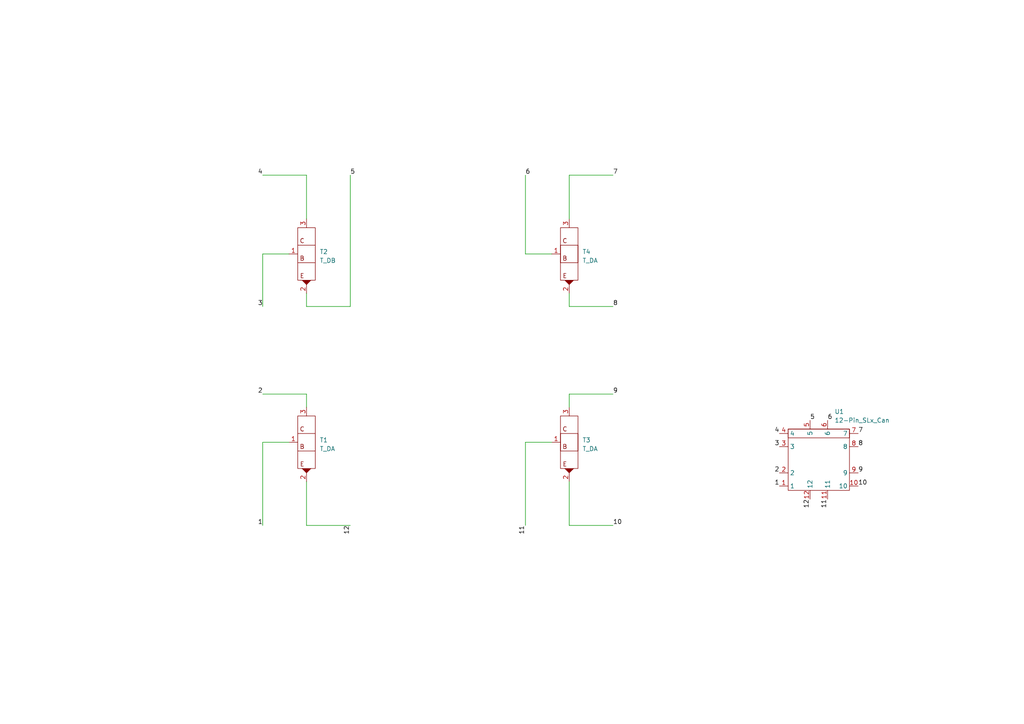
<source format=kicad_sch>
(kicad_sch (version 20211123) (generator eeschema)
  (paper "A4")
  (lib_symbols
    (symbol "IBM_SLT-SLD:12-Pin_SLx_Can"
      (property "Reference" "U" (at 0 -2.54 0))
      (property "Value" "12-Pin_SLx_Can" (at 0 0 0))
      (symbol "12-Pin_SLx_Can_0_1"
        (rectangle (start -8.89 8.89) (end 8.89 -8.89))
        (rectangle (start -8.89 8.89) (end 8.89 6.35))
      )
      (symbol "12-Pin_SLx_Can_1_1"
        (pin passive line (at -11.43 -7.62 0) (length 2.54) (name "1") (number "1"))
        (pin passive line (at 11.43 -7.62 180) (length 2.54) (name "10") (number "10"))
        (pin passive line (at 2.54 -11.43 90) (length 2.54) (name "11") (number "11"))
        (pin passive line (at -2.54 -11.43 90) (length 2.54) (name "12") (number "12"))
        (pin passive line (at -11.43 -3.81 0) (length 2.54) (name "2") (number "2"))
        (pin passive line (at -11.43 3.81 0) (length 2.54) (name "3") (number "3"))
        (pin passive line (at -11.43 7.62 0) (length 2.54) (name "4") (number "4"))
        (pin passive line (at -2.54 11.43 270) (length 2.54) (name "5") (number "5"))
        (pin passive line (at 2.54 11.43 270) (length 2.54) (name "6") (number "6"))
        (pin passive line (at 11.43 7.62 180) (length 2.54) (name "7") (number "7"))
        (pin passive line (at 11.43 3.81 180) (length 2.54) (name "8") (number "8"))
        (pin passive line (at 11.43 -3.81 180) (length 2.54) (name "9") (number "9"))
      )
    )
    (symbol "IBM_SLT-SLD:T_DA"
      (property "Reference" "T" (at 0 5.08 0))
      (property "Value" "T_DA" (at 7.62 8.89 0))
      (symbol "T_DA_0_0"
        (text "B" (at -1.27 -1.27 0) (effects (font (size 1.27 1.27))))
        (text "C" (at -1.27 3.81 0) (effects (font (size 1.27 1.27))))
        (text "E" (at -1.27 -6.35 0) (effects (font (size 1.27 1.27))))
      )
      (symbol "T_DA_0_1"
        (rectangle (start -2.54 2.54) (end 2.54 -2.54))
        (rectangle (start -2.54 7.62) (end 2.54 -7.62))
        (polyline (pts (xy -1.27 -7.62) (xy 0 -8.89) (xy 1.27 -7.62)) (fill (type outline)))
      )
      (symbol "T_DA_1_1"
        (pin passive line (at -5.08 0 0) (length 2.54) (name "B") (number "1"))
        (pin passive line (at 0 -11.43 90) (length 2.54) (name "E") (number "2"))
        (pin passive line (at 0 10.16 270) (length 2.54) (name "C") (number "3"))
      )
    )
    (symbol "IBM_SLT-SLD:T_DB"
      (property "Reference" "T" (at 0 5.08 0))
      (property "Value" "T_DB" (at 7.62 8.89 0))
      (symbol "T_DB_0_0"
        (text "B" (at -1.27 -1.27 0) (effects (font (size 1.27 1.27))))
        (text "C" (at -1.27 3.81 0) (effects (font (size 1.27 1.27))))
        (text "E" (at -1.27 -6.35 0) (effects (font (size 1.27 1.27))))
      )
      (symbol "T_DB_0_1"
        (rectangle (start -2.54 2.54) (end 2.54 -2.54))
        (rectangle (start -2.54 7.62) (end 2.54 -7.62))
        (polyline (pts (xy -1.27 -7.62) (xy 0 -8.89) (xy 1.27 -7.62)) (fill (type outline)))
      )
      (symbol "T_DB_1_1"
        (pin passive line (at -5.08 0 0) (length 2.54) (name "B") (number "1"))
        (pin passive line (at 0 -11.43 90) (length 2.54) (name "E") (number "2"))
        (pin passive line (at 0 10.16 270) (length 2.54) (name "C") (number "3"))
      )
    )
  )
  (wire (pts (xy 76.2 114.3) (xy 88.9 114.3)))
  (wire (pts (xy 165.1 63.5) (xy 165.1 50.8)))
  (wire (pts (xy 165.1 50.8) (xy 177.8 50.8)))
  (wire (pts (xy 88.9 114.3) (xy 88.9 118.11)))
  (wire (pts (xy 165.1 88.9) (xy 177.8 88.9)))
  (wire (pts (xy 165.1 118.11) (xy 165.1 114.3)))
  (wire (pts (xy 88.9 88.9) (xy 101.6 88.9)))
  (wire (pts (xy 83.82 73.66) (xy 76.2 73.66)))
  (wire (pts (xy 160.02 128.27) (xy 152.4 128.27)))
  (wire (pts (xy 152.4 128.27) (xy 152.4 152.4)))
  (wire (pts (xy 165.1 114.3) (xy 177.8 114.3)))
  (wire (pts (xy 76.2 152.4) (xy 76.2 128.27)))
  (wire (pts (xy 101.6 88.9) (xy 101.6 50.8)))
  (wire (pts (xy 88.9 85.09) (xy 88.9 88.9)))
  (wire (pts (xy 88.9 152.4) (xy 101.6 152.4)))
  (wire (pts (xy 165.1 152.4) (xy 177.8 152.4)))
  (wire (pts (xy 76.2 73.66) (xy 76.2 88.9)))
  (wire (pts (xy 88.9 50.8) (xy 76.2 50.8)))
  (wire (pts (xy 160.02 73.66) (xy 152.4 73.66)))
  (wire (pts (xy 76.2 128.27) (xy 83.82 128.27)))
  (wire (pts (xy 88.9 63.5) (xy 88.9 50.8)))
  (wire (pts (xy 165.1 85.09) (xy 165.1 88.9)))
  (wire (pts (xy 88.9 139.7) (xy 88.9 152.4)))
  (wire (pts (xy 165.1 139.7) (xy 165.1 152.4)))
  (wire (pts (xy 152.4 73.66) (xy 152.4 50.8)))
  (label "9" (at 248.92 137.16 0))
  (label "12" (at 101.6 152.4 270))
  (label "7" (at 248.92 125.73 0))
  (label "3" (at 76.2 88.9 180))
  (label "4" (at 76.2 50.8 180))
  (label "5" (at 101.6 50.8 0))
  (label "2" (at 76.2 114.3 180))
  (label "5" (at 234.95 121.92 0))
  (label "11" (at 240.03 144.78 270))
  (label "6" (at 152.4 50.8 0))
  (label "1" (at 76.2 152.4 180))
  (label "8" (at 177.8 88.9 0))
  (label "4" (at 226.06 125.73 180))
  (label "10" (at 248.92 140.97 0))
  (label "3" (at 226.06 129.54 180))
  (label "11" (at 152.4 152.4 270))
  (label "8" (at 248.92 129.54 0))
  (label "1" (at 226.06 140.97 180))
  (label "10" (at 177.8 152.4 0))
  (label "12" (at 234.95 144.78 270))
  (label "7" (at 177.8 50.8 0))
  (label "2" (at 226.06 137.16 180))
  (label "6" (at 240.03 121.92 0))
  (label "9" (at 177.8 114.3 0))
  (symbol (lib_id "IBM_SLT-SLD:T_DA") (at 88.9 128.27 0) (unit 1)
    (property "Reference" "T1" (at 92.71 127.6349 0) (effects (justify left)))
    (property "Value" "T_DA" (at 92.71 130.1749 0) (effects (justify left)))
    (property "Footprint" "Package_DFN_QFN:Diodes_DFN1006-3" (effects hide))
  )
  (symbol (lib_id "IBM_SLT-SLD:T_DA") (at 165.1 128.27 0) (unit 1)
    (property "Reference" "T3" (at 168.91 127.6349 0) (effects (justify left)))
    (property "Value" "T_DA" (at 168.91 130.1749 0) (effects (justify left)))
    (property "Footprint" "Package_DFN_QFN:Diodes_DFN1006-3" (effects hide))
  )
  (symbol (lib_id "IBM_SLT-SLD:12-Pin_SLx_Can") (at 237.49 133.35 0) (unit 1)
    (property "Reference" "U1" (at 242.0494 119.38 0) (effects (justify left)))
    (property "Value" "12-Pin_SLx_Can" (at 242.0494 121.92 0) (effects (justify left)))
    (property "Footprint" "IBM_SLT-SLD:12-Pin_SLx_Can" (effects hide))
  )
  (symbol (lib_id "IBM_SLT-SLD:T_DB") (at 88.9 73.66 0) (unit 1)
    (property "Reference" "T2" (at 92.71 73.0249 0) (effects (justify left)))
    (property "Value" "T_DB" (at 92.71 75.5649 0) (effects (justify left)))
    (property "Footprint" "Package_DFN_QFN:Diodes_DFN1006-3" (effects hide))
  )
  (symbol (lib_id "IBM_SLT-SLD:T_DA") (at 165.1 73.66 0) (unit 1)
    (property "Reference" "T4" (at 168.91 73.0249 0) (effects (justify left)))
    (property "Value" "T_DA" (at 168.91 75.5649 0) (effects (justify left)))
    (property "Footprint" "Package_DFN_QFN:Diodes_DFN1006-3" (effects hide))
  )
)
</source>
